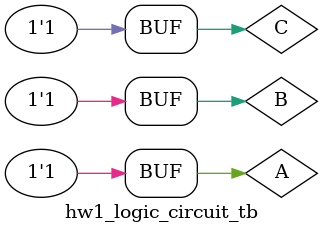
<source format=v>
`timescale 1ns / 1ps


module hw1_logic_circuit_tb;
    // input : legÅ¸ÀÔÀ¸·Î ¼±¾ð
    reg A, B, C;
    wire Y; //output : WIre TypeÀ¸·Î ¼±¾ð
    
    // Å×½ºÆ®ÇÒ ¸ðµâ ÀÎ½ºÅÏ½ºÈ­
    hw1_logic_circuit uut_hw1_logic_circuit(
        .A(A),
        .B(B),
        .C(C),
        .Y(Y)
    );
    
    // Å×½ºÆ® ½Ã³ª¸®¿À
    initial begin
        // ¸ðµç ÀÔ·Â Á¶ÇÕ Å×½ºÆ®
             A = 0; B = 0; C = 0;
        #100 A = 0; B = 0; C = 1;  // 100 ½Ã°£ ´ÜÀ§ ÈÄ A=0, B=0, C=1 ·Î º¯°æ
        #100 A = 0; B = 1; C = 0;  // ¶Ç 100 ½Ã°£ ´ÜÀ§ ÈÄ A=0, B=1, C=0 ·Î º¯°æ
        #100 A = 0; B = 1; C = 1;  // ¶Ç 100 ½Ã°£ ´ÜÀ§ ÈÄ A=0, B=1, C=1 ·Î º¯°æ
        #100 A = 1; B = 0; C = 0;  // ¶Ç 100 ½Ã°£ ´ÜÀ§ ÈÄ A=1, B=0, C=0 ·Î º¯°æ
        #100 A = 1; B = 0; C = 1;  // ¶Ç 100 ½Ã°£ ´ÜÀ§ ÈÄ A=1, B=0, C=1 ·Î º¯°æ
        #100 A = 1; B = 1; C = 0;  // ¶Ç 100 ½Ã°£ ´ÜÀ§ ÈÄ A=1, B=1, C=0 ·Î º¯°æ
        #100 A = 1; B = 1; C = 1;  // ¶Ç 100 ½Ã°£ ´ÜÀ§ ÈÄ A=1, B=1, C=1 ·Î º¯°æ
        
    end
    
endmodule
</source>
